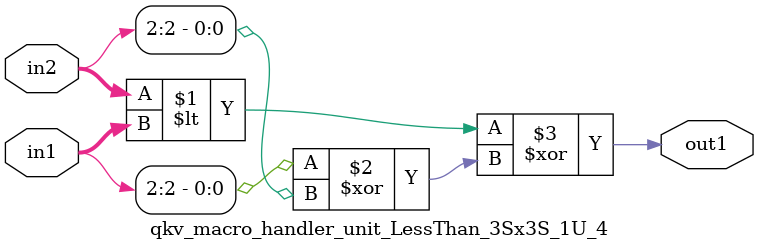
<source format=v>

`timescale 1ps / 1ps


module qkv_macro_handler_unit_LessThan_3Sx3S_1U_4( in2, in1, out1 );

    input [2:0] in2;
    input [2:0] in1;
    output out1;

    
    // rtl_process:qkv_macro_handler_unit_LessThan_3Sx3S_1U_4/qkv_macro_handler_unit_LessThan_3Sx3S_1U_4_thread_1
    assign out1 = (in2 < in1 ^ (in1[2] ^ in2[2]));

endmodule


</source>
